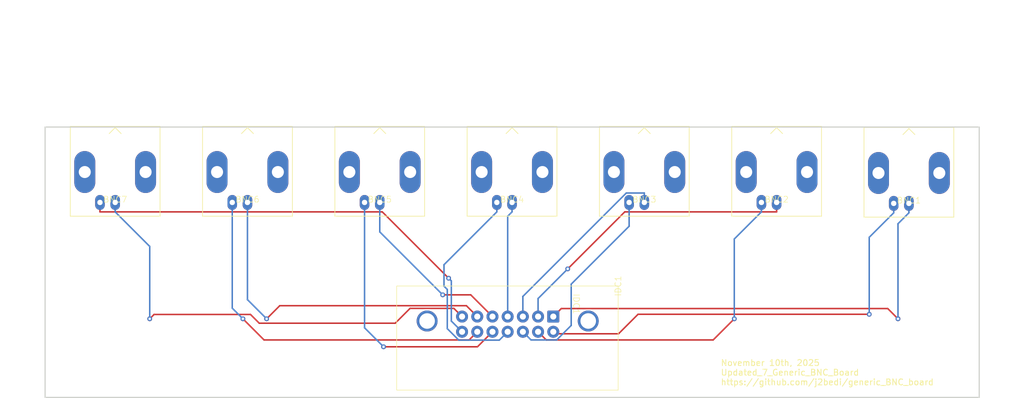
<source format=kicad_pcb>
(kicad_pcb (version 20241229) (generator "pcbnew") (generator_version "9.0")
  (layers (0 "F.Cu" signal) (2 "B.Cu" signal) (13 "F.Paste" user) (15 "B.Paste" user) (5 "F.SilkS" user "F.Silkscreen") (7 "B.SilkS" user "B.Silkscreen") (1 "F.Mask" user) (3 "B.Mask" user) (25 "Edge.Cuts" user))
  (net 0 "")
  (net 1 "Net-(BNC1-In)")
  (net 2 "Net-(BNC1-Ext)")
  (net 3 "Net-(BNC2-In)")
  (net 4 "Net-(BNC2-Ext)")
  (net 5 "Net-(BNC3-In)")
  (net 6 "Net-(BNC3-Ext)")
  (net 7 "Net-(BNC4-In)")
  (net 8 "Net-(BNC4-Ext)")
  (net 9 "Net-(BNC5-In)")
  (net 10 "Net-(BNC5-Ext)")
  (net 11 "Net-(BNC6-In)")
  (net 12 "Net-(BNC6-Ext)")
  (net 13 "Net-(BNC7-Ext)")
  (net 14 "Net-(BNC7-In)")
  (footprint "All_Footprints:Right Angle Single Level BNC" (layer "F.Cu") (at 233.8967 91.89)
    (property "Reference" "BNC2" (at 0 -0.5 0) (layer "F.SilkS") (effects (font (thickness 0.1))))
    (property "Value" "Coaxial Connectors RA, Digikey P/N: WM5514-ND")
    (fp_line (start -7.5 -12.7) (end 7.5 -12.7) (stroke (width 0.12)) (layer "F.SilkS"))
    (fp_line (start -7.5 2.3) (end -7.5 -12.7) (stroke (width 0.12)) (layer "F.SilkS"))
    (fp_line (start 0 -12.5) (end -1 -11.5) (stroke (width 0.12)) (layer "F.SilkS"))
    (fp_line (start 0 -12.5) (end 1 -11.5) (stroke (width 0.12)) (layer "F.SilkS"))
    (fp_line (start 7.5 -12.7) (end 7.5 2.3) (stroke (width 0.12)) (layer "F.SilkS"))
    (fp_line (start 7.5 2.3) (end -7.5 2.3) (stroke (width 0.12)) (layer "F.SilkS"))
    (pad "1" thru_hole oval (at 0 0) (size 1.6 2.5) (drill 0.89) (layers "*.Cu" "*.Mask") (net 3 "Net-(BNC2-In)"))
    (pad "2" thru_hole oval (at -2.54 0) (size 1.6 2.5) (drill 0.89) (layers "*.Cu" "*.Mask") (net 4 "Net-(BNC2-Ext)"))
    (pad "MH" thru_hole oval (at -5.08 -5.08) (size 3.5 7) (drill 2.01) (layers "*.Cu" "*.Mask"))
    (pad "MH" thru_hole oval (at 5.08 -5.08) (size 3.5 7) (drill 2.01) (layers "*.Cu" "*.Mask"))
  )
  (footprint "All_Footprints:Right Angle Single Level BNC" (layer "F.Cu") (at 167.5867 91.89)
    (property "Reference" "BNC5" (at 0 -0.5 0) (layer "F.SilkS") (effects (font (thickness 0.1))))
    (property "Value" "Coaxial Connectors RA, Digikey P/N: WM5514-ND")
    (fp_line (start -7.5 -12.7) (end 7.5 -12.7) (stroke (width 0.12)) (layer "F.SilkS"))
    (fp_line (start -7.5 2.3) (end -7.5 -12.7) (stroke (width 0.12)) (layer "F.SilkS"))
    (fp_line (start 0 -12.5) (end -1 -11.5) (stroke (width 0.12)) (layer "F.SilkS"))
    (fp_line (start 0 -12.5) (end 1 -11.5) (stroke (width 0.12)) (layer "F.SilkS"))
    (fp_line (start 7.5 -12.7) (end 7.5 2.3) (stroke (width 0.12)) (layer "F.SilkS"))
    (fp_line (start 7.5 2.3) (end -7.5 2.3) (stroke (width 0.12)) (layer "F.SilkS"))
    (pad "1" thru_hole oval (at 0 0) (size 1.6 2.5) (drill 0.89) (layers "*.Cu" "*.Mask") (net 9 "Net-(BNC5-In)"))
    (pad "2" thru_hole oval (at -2.54 0) (size 1.6 2.5) (drill 0.89) (layers "*.Cu" "*.Mask") (net 10 "Net-(BNC5-Ext)"))
    (pad "MH" thru_hole oval (at -5.08 -5.08) (size 3.5 7) (drill 2.01) (layers "*.Cu" "*.Mask"))
    (pad "MH" thru_hole oval (at 5.08 -5.08) (size 3.5 7) (drill 2.01) (layers "*.Cu" "*.Mask"))
  )
  (footprint "All_Footprints:Right Angle Single Level BNC" (layer "F.Cu") (at 256 92.05)
    (property "Reference" "BNC1" (at 0 -0.5 0) (layer "F.SilkS") (effects (font (thickness 0.1))))
    (property "Value" "Coaxial Connectors RA, Digikey P/N: WM5514-ND")
    (fp_line (start -7.5 -12.7) (end 7.5 -12.7) (stroke (width 0.12)) (layer "F.SilkS"))
    (fp_line (start -7.5 2.3) (end -7.5 -12.7) (stroke (width 0.12)) (layer "F.SilkS"))
    (fp_line (start 0 -12.5) (end -1 -11.5) (stroke (width 0.12)) (layer "F.SilkS"))
    (fp_line (start 0 -12.5) (end 1 -11.5) (stroke (width 0.12)) (layer "F.SilkS"))
    (fp_line (start 7.5 -12.7) (end 7.5 2.3) (stroke (width 0.12)) (layer "F.SilkS"))
    (fp_line (start 7.5 2.3) (end -7.5 2.3) (stroke (width 0.12)) (layer "F.SilkS"))
    (pad "1" thru_hole oval (at 0 0) (size 1.6 2.5) (drill 0.89) (layers "*.Cu" "*.Mask") (net 1 "Net-(BNC1-In)"))
    (pad "2" thru_hole oval (at -2.54 0) (size 1.6 2.5) (drill 0.89) (layers "*.Cu" "*.Mask") (net 2 "Net-(BNC1-Ext)"))
    (pad "MH" thru_hole oval (at -5.08 -5.08) (size 3.5 7) (drill 2.01) (layers "*.Cu" "*.Mask"))
    (pad "MH" thru_hole oval (at 5.08 -5.08) (size 3.5 7) (drill 2.01) (layers "*.Cu" "*.Mask"))
  )
  (footprint "All_Footprints:Right Angle Single Level BNC" (layer "F.Cu") (at 145.4833 91.89)
    (property "Reference" "BNC6" (at 0 -0.5 0) (layer "F.SilkS") (effects (font (thickness 0.1))))
    (property "Value" "Coaxial Connectors RA, Digikey P/N: WM5514-ND")
    (fp_line (start -7.5 -12.7) (end 7.5 -12.7) (stroke (width 0.12)) (layer "F.SilkS"))
    (fp_line (start -7.5 2.3) (end -7.5 -12.7) (stroke (width 0.12)) (layer "F.SilkS"))
    (fp_line (start 0 -12.5) (end -1 -11.5) (stroke (width 0.12)) (layer "F.SilkS"))
    (fp_line (start 0 -12.5) (end 1 -11.5) (stroke (width 0.12)) (layer "F.SilkS"))
    (fp_line (start 7.5 -12.7) (end 7.5 2.3) (stroke (width 0.12)) (layer "F.SilkS"))
    (fp_line (start 7.5 2.3) (end -7.5 2.3) (stroke (width 0.12)) (layer "F.SilkS"))
    (pad "1" thru_hole oval (at 0 0) (size 1.6 2.5) (drill 0.89) (layers "*.Cu" "*.Mask") (net 11 "Net-(BNC6-In)"))
    (pad "2" thru_hole oval (at -2.54 0) (size 1.6 2.5) (drill 0.89) (layers "*.Cu" "*.Mask") (net 12 "Net-(BNC6-Ext)"))
    (pad "MH" thru_hole oval (at -5.08 -5.08) (size 3.5 7) (drill 2.01) (layers "*.Cu" "*.Mask"))
    (pad "MH" thru_hole oval (at 5.08 -5.08) (size 3.5 7) (drill 2.01) (layers "*.Cu" "*.Mask"))
  )
  (footprint "All_Footprints:Right Angle Single Level BNC" (layer "F.Cu") (at 189.69 91.89)
    (property "Reference" "BNC4" (at 0 -0.5 0) (layer "F.SilkS") (effects (font (thickness 0.1))))
    (property "Value" "Coaxial Connectors RA, Digikey P/N: WM5514-ND")
    (fp_line (start -7.5 -12.7) (end 7.5 -12.7) (stroke (width 0.12)) (layer "F.SilkS"))
    (fp_line (start -7.5 2.3) (end -7.5 -12.7) (stroke (width 0.12)) (layer "F.SilkS"))
    (fp_line (start 0 -12.5) (end -1 -11.5) (stroke (width 0.12)) (layer "F.SilkS"))
    (fp_line (start 0 -12.5) (end 1 -11.5) (stroke (width 0.12)) (layer "F.SilkS"))
    (fp_line (start 7.5 -12.7) (end 7.5 2.3) (stroke (width 0.12)) (layer "F.SilkS"))
    (fp_line (start 7.5 2.3) (end -7.5 2.3) (stroke (width 0.12)) (layer "F.SilkS"))
    (pad "1" thru_hole oval (at 0 0) (size 1.6 2.5) (drill 0.89) (layers "*.Cu" "*.Mask") (net 7 "Net-(BNC4-In)"))
    (pad "2" thru_hole oval (at -2.54 0) (size 1.6 2.5) (drill 0.89) (layers "*.Cu" "*.Mask") (net 8 "Net-(BNC4-Ext)"))
    (pad "MH" thru_hole oval (at -5.08 -5.08) (size 3.5 7) (drill 2.01) (layers "*.Cu" "*.Mask"))
    (pad "MH" thru_hole oval (at 5.08 -5.08) (size 3.5 7) (drill 2.01) (layers "*.Cu" "*.Mask"))
  )
  (footprint "All_Footprints:Right Angle Single Level BNC" (layer "F.Cu") (at 123.38 91.89)
    (property "Reference" "BNC7" (at 0 -0.5 0) (layer "F.SilkS") (effects (font (thickness 0.1))))
    (property "Value" "Coaxial Connectors RA, Digikey P/N: WM5514-ND")
    (fp_line (start -7.5 -12.7) (end 7.5 -12.7) (stroke (width 0.12)) (layer "F.SilkS"))
    (fp_line (start -7.5 2.3) (end -7.5 -12.7) (stroke (width 0.12)) (layer "F.SilkS"))
    (fp_line (start 0 -12.5) (end -1 -11.5) (stroke (width 0.12)) (layer "F.SilkS"))
    (fp_line (start 0 -12.5) (end 1 -11.5) (stroke (width 0.12)) (layer "F.SilkS"))
    (fp_line (start 7.5 -12.7) (end 7.5 2.3) (stroke (width 0.12)) (layer "F.SilkS"))
    (fp_line (start 7.5 2.3) (end -7.5 2.3) (stroke (width 0.12)) (layer "F.SilkS"))
    (pad "1" thru_hole oval (at 0 0) (size 1.6 2.5) (drill 0.89) (layers "*.Cu" "*.Mask") (net 14 "Net-(BNC7-In)"))
    (pad "2" thru_hole oval (at -2.54 0) (size 1.6 2.5) (drill 0.89) (layers "*.Cu" "*.Mask") (net 13 "Net-(BNC7-Ext)"))
    (pad "MH" thru_hole oval (at -5.08 -5.08) (size 3.5 7) (drill 2.01) (layers "*.Cu" "*.Mask"))
    (pad "MH" thru_hole oval (at 5.08 -5.08) (size 3.5 7) (drill 2.01) (layers "*.Cu" "*.Mask"))
  )
  (footprint "All_Footprints:Male IDC Connector" (layer "F.Cu") (at 207.42 105.85 -90)
    (property "Reference" "IDC1" (at 3 7 270) (layer "F.SilkS") (effects (font (thickness 0.1))))
    (property "Value" "Male 14 Position IDC Connector, Digikey P/N: 609-5970-ND" (hide yes))
    (fp_line (start 0 37) (end 17.4 37) (stroke (width 0.1)) (layer "F.SilkS"))
    (fp_line (start 17.4 36.92) (end 17.4 0) (stroke (width 0.1)) (layer "F.SilkS"))
    (fp_line (start 0 0) (end 0 36.92) (stroke (width 0.1)) (layer "F.SilkS"))
    (fp_line (start 0 0) (end 17.4 0) (stroke (width 0.1)) (layer "F.SilkS"))
    (fp_text user "${REFERENCE}" (at 0 0 270) (layer "F.SilkS") (effects (font (thickness 0.1))))
    (pad "1" thru_hole roundrect (at 5.11 10.84 270) (size 2 2) (drill 1.02) (layers "*.Cu" "*.Mask") (roundrect_rratio 0.1) (net 1 "Net-(BNC1-In)"))
    (pad "2" thru_hole circle (at 5.11 13.38 270) (size 2 2) (drill 1.02) (layers "*.Cu" "*.Mask") (net 3 "Net-(BNC2-In)"))
    (pad "3" thru_hole circle (at 5.11 15.92 270) (size 2 2) (drill 1.02) (layers "*.Cu" "*.Mask") (net 5 "Net-(BNC3-In)"))
    (pad "4" thru_hole circle (at 5.11 18.46 270) (size 2 2) (drill 1.02) (layers "*.Cu" "*.Mask") (net 7 "Net-(BNC4-In)"))
    (pad "5" thru_hole circle (at 5.11 21 270) (size 2 2) (drill 1.02) (layers "*.Cu" "*.Mask") (net 9 "Net-(BNC5-In)"))
    (pad "6" thru_hole circle (at 5.11 23.54 270) (size 2 2) (drill 1.02) (layers "*.Cu" "*.Mask") (net 11 "Net-(BNC6-In)"))
    (pad "7" thru_hole circle (at 5.11 26.08 270) (size 2 2) (drill 1.02) (layers "*.Cu" "*.Mask") (net 14 "Net-(BNC7-In)"))
    (pad "8" thru_hole circle (at 7.65 10.84 270) (size 2 2) (drill 1.02) (layers "*.Cu" "*.Mask") (net 2 "Net-(BNC1-Ext)"))
    (pad "9" thru_hole circle (at 7.65 13.38 270) (size 2 2) (drill 1.02) (layers "*.Cu" "*.Mask") (net 4 "Net-(BNC2-Ext)"))
    (pad "10" thru_hole circle (at 7.65 15.92 270) (size 2 2) (drill 1.02) (layers "*.Cu" "*.Mask") (net 6 "Net-(BNC3-Ext)"))
    (pad "11" thru_hole circle (at 7.65 18.46 270) (size 2 2) (drill 1.02) (layers "*.Cu" "*.Mask") (net 8 "Net-(BNC4-Ext)"))
    (pad "12" thru_hole circle (at 7.65 21 270) (size 2 2) (drill 1.02) (layers "*.Cu" "*.Mask") (net 10 "Net-(BNC5-Ext)"))
    (pad "13" thru_hole circle (at 7.65 23.54 270) (size 2 2) (drill 1.02) (layers "*.Cu" "*.Mask") (net 12 "Net-(BNC6-Ext)"))
    (pad "14" thru_hole circle (at 7.65 26.08 270) (size 2 2) (drill 1.02) (layers "*.Cu" "*.Mask") (net 13 "Net-(BNC7-Ext)"))
    (pad "MH" thru_hole circle (at 5.85 5 270) (size 3.5 3.5) (drill 2.6) (layers "*.Cu" "*.Mask"))
    (pad "MH" thru_hole circle (at 5.85 31.92 270) (size 3.5 3.5) (drill 2.6) (layers "*.Cu" "*.Mask"))
  )
  (footprint "All_Footprints:Right Angle Single Level BNC" (layer "F.Cu") (at 211.7933 91.89)
    (property "Reference" "BNC3" (at 0 -0.5 0) (layer "F.SilkS") (effects (font (thickness 0.1))))
    (property "Value" "Coaxial Connectors RA, Digikey P/N: WM5514-ND")
    (fp_line (start -7.5 -12.7) (end 7.5 -12.7) (stroke (width 0.12)) (layer "F.SilkS"))
    (fp_line (start -7.5 2.3) (end -7.5 -12.7) (stroke (width 0.12)) (layer "F.SilkS"))
    (fp_line (start 0 -12.5) (end -1 -11.5) (stroke (width 0.12)) (layer "F.SilkS"))
    (fp_line (start 0 -12.5) (end 1 -11.5) (stroke (width 0.12)) (layer "F.SilkS"))
    (fp_line (start 7.5 -12.7) (end 7.5 2.3) (stroke (width 0.12)) (layer "F.SilkS"))
    (fp_line (start 7.5 2.3) (end -7.5 2.3) (stroke (width 0.12)) (layer "F.SilkS"))
    (pad "1" thru_hole oval (at 0 0) (size 1.6 2.5) (drill 0.89) (layers "*.Cu" "*.Mask") (net 5 "Net-(BNC3-In)"))
    (pad "2" thru_hole oval (at -2.54 0) (size 1.6 2.5) (drill 0.89) (layers "*.Cu" "*.Mask") (net 6 "Net-(BNC3-Ext)"))
    (pad "MH" thru_hole oval (at -5.08 -5.08) (size 3.5 7) (drill 2.01) (layers "*.Cu" "*.Mask"))
    (pad "MH" thru_hole oval (at 5.08 -5.08) (size 3.5 7) (drill 2.01) (layers "*.Cu" "*.Mask"))
  )
  (gr_rect (start 111.67 79.29) (end 267.75 124.47) (stroke (width 0.2)) (fill no) (layer "Edge.Cuts"))
  (gr_text "November 10th, 2025\nUpdated_7_Generic_BNC_Board\nhttps://github.com/j2bedi/generic_BNC_board" (at 224.5 122.5 0) (layer "F.SilkS") (effects (font (size 1 1)) (justify left bottom)))
  (segment (start 196.58 110.96) (end 197.9219 109.6181) (width 0.25) (layer "F.Cu") (net 1))
  (segment (start 197.9219 109.6181) (end 252.4601 109.6181) (width 0.25) (layer "F.Cu") (net 1))
  (segment (start 252.4601 109.6181) (end 254.176 111.334) (width 0.25) (layer "F.Cu") (net 1))
  (via (at 254.176 111.334) (size 0.8) (drill 0.4) (layers "F.Cu" "B.Cu") (net 1))
  (segment (start 254.176 111.334) (end 254.176 95.4507) (width 0.25) (layer "B.Cu") (net 1))
  (segment (start 254.176 95.4507) (end 256 93.6267) (width 0.25) (layer "B.Cu") (net 1))
  (segment (start 256 92.05) (end 256 93.6267) (width 0.25) (layer "B.Cu") (net 1))
  (segment (start 196.9151 113.8351) (end 196.58 113.5) (width 0.25) (layer "F.Cu") (net 2))
  (segment (start 207.4826 113.8351) (end 196.9151 113.8351) (width 0.25) (layer "F.Cu") (net 2))
  (segment (start 249.372 110.579) (end 210.7387 110.579) (width 0.25) (layer "F.Cu") (net 2))
  (segment (start 210.7387 110.579) (end 207.4826 113.8351) (width 0.25) (layer "F.Cu") (net 2))
  (via (at 249.372 110.579) (size 0.8) (drill 0.4) (layers "F.Cu" "B.Cu") (net 2))
  (segment (start 253.46 93.6267) (end 249.372 97.7147) (width 0.25) (layer "B.Cu") (net 2))
  (segment (start 253.46 92.05) (end 253.46 93.6267) (width 0.25) (layer "B.Cu") (net 2))
  (segment (start 249.372 97.7147) (end 249.372 110.579) (width 0.25) (layer "B.Cu") (net 2))
  (segment (start 233.8967 91.89) (end 233.8967 93.4667) (width 0.25) (layer "F.Cu") (net 3))
  (segment (start 233.8967 93.4667) (end 208.5193 93.4667) (width 0.25) (layer "F.Cu") (net 3))
  (segment (start 208.5193 93.4667) (end 198.996 102.99) (width 0.25) (layer "F.Cu") (net 3))
  (via (at 198.996 102.99) (size 0.8) (drill 0.4) (layers "F.Cu" "B.Cu") (net 3))
  (segment (start 194.04 107.946) (end 198.996 102.99) (width 0.25) (layer "B.Cu") (net 3))
  (segment (start 194.04 110.96) (end 194.04 107.946) (width 0.25) (layer "B.Cu") (net 3))
  (segment (start 195.4058 114.8658) (end 194.04 113.5) (width 0.25) (layer "F.Cu") (net 4))
  (segment (start 223.2942 114.8658) (end 195.4058 114.8658) (width 0.25) (layer "F.Cu") (net 4))
  (segment (start 226.826 111.334) (end 223.2942 114.8658) (width 0.25) (layer "F.Cu") (net 4))
  (via (at 226.826 111.334) (size 0.8) (drill 0.4) (layers "F.Cu" "B.Cu") (net 4))
  (segment (start 226.826 97.9974) (end 226.826 111.334) (width 0.25) (layer "B.Cu") (net 4))
  (segment (start 231.3567 91.89) (end 231.3567 93.4667) (width 0.25) (layer "B.Cu") (net 4))
  (segment (start 231.3567 93.4667) (end 226.826 97.9974) (width 0.25) (layer "B.Cu") (net 4))
  (segment (start 211.7933 90.3133) (end 208.7795 90.3133) (width 0.25) (layer "B.Cu") (net 5))
  (segment (start 211.7933 91.89) (end 211.7933 90.3133) (width 0.25) (layer "B.Cu") (net 5))
  (segment (start 191.5 107.5928) (end 191.5 110.96) (width 0.25) (layer "B.Cu") (net 5))
  (segment (start 208.7795 90.3133) (end 191.5 107.5928) (width 0.25) (layer "B.Cu") (net 5))
  (segment (start 192.8634 114.8634) (end 197.1518 114.8634) (width 0.25) (layer "B.Cu") (net 6))
  (segment (start 197.1518 114.8634) (end 199.5746 112.4406) (width 0.25) (layer "B.Cu") (net 6))
  (segment (start 199.5746 112.4406) (end 199.5746 105.5417) (width 0.25) (layer "B.Cu") (net 6))
  (segment (start 191.5 113.5) (end 192.8634 114.8634) (width 0.25) (layer "B.Cu") (net 6))
  (segment (start 199.5746 105.5417) (end 209.2533 95.863) (width 0.25) (layer "B.Cu") (net 6))
  (segment (start 209.2533 95.863) (end 209.2533 91.89) (width 0.25) (layer "B.Cu") (net 6))
  (segment (start 188.96 94.1967) (end 189.69 93.4667) (width 0.25) (layer "B.Cu") (net 7))
  (segment (start 188.96 110.96) (end 188.96 94.1967) (width 0.25) (layer "B.Cu") (net 7))
  (segment (start 189.69 91.89) (end 189.69 93.4667) (width 0.25) (layer "B.Cu") (net 7))
  (segment (start 178.3211 105.8805) (end 178.8719 106.4313) (width 0.25) (layer "B.Cu") (net 8))
  (segment (start 187.569 114.891) (end 188.96 113.5) (width 0.25) (layer "B.Cu") (net 8))
  (segment (start 180.7837 114.891) (end 187.569 114.891) (width 0.25) (layer "B.Cu") (net 8))
  (segment (start 178.8719 106.4313) (end 178.8719 112.9792) (width 0.25) (layer "B.Cu") (net 8))
  (segment (start 187.15 93.4667) (end 178.3211 102.2956) (width 0.25) (layer "B.Cu") (net 8))
  (segment (start 178.3211 102.2956) (end 178.3211 105.8805) (width 0.25) (layer "B.Cu") (net 8))
  (segment (start 187.15 91.89) (end 187.15 93.4667) (width 0.25) (layer "B.Cu") (net 8))
  (segment (start 178.8719 112.9792) (end 180.7837 114.891) (width 0.25) (layer "B.Cu") (net 8))
  (segment (start 182.788 107.328) (end 178.106 107.328) (width 0.25) (layer "F.Cu") (net 9))
  (segment (start 186.42 110.96) (end 182.788 107.328) (width 0.25) (layer "F.Cu") (net 9))
  (via (at 178.106 107.328) (size 0.8) (drill 0.4) (layers "F.Cu" "B.Cu") (net 9))
  (segment (start 167.5867 96.8087) (end 178.106 107.328) (width 0.25) (layer "B.Cu") (net 9))
  (segment (start 167.5867 91.89) (end 167.5867 96.8087) (width 0.25) (layer "B.Cu") (net 9))
  (segment (start 186.42 113.5) (end 183.911 116.009) (width 0.25) (layer "F.Cu") (net 10))
  (segment (start 183.911 116.009) (end 168.222 116.009) (width 0.25) (layer "F.Cu") (net 10))
  (via (at 168.222 116.009) (size 0.8) (drill 0.4) (layers "F.Cu" "B.Cu") (net 10))
  (segment (start 165.0467 112.8337) (end 165.0467 91.89) (width 0.25) (layer "B.Cu") (net 10))
  (segment (start 168.222 116.009) (end 165.0467 112.8337) (width 0.25) (layer "B.Cu") (net 10))
  (segment (start 183.88 110.96) (end 182.0596 109.1396) (width 0.25) (layer "F.Cu") (net 11))
  (segment (start 150.8804 109.1396) (end 148.686 111.334) (width 0.25) (layer "F.Cu") (net 11))
  (segment (start 182.0596 109.1396) (end 150.8804 109.1396) (width 0.25) (layer "F.Cu") (net 11))
  (via (at 148.686 111.334) (size 0.8) (drill 0.4) (layers "F.Cu" "B.Cu") (net 11))
  (segment (start 145.4833 108.1313) (end 148.686 111.334) (width 0.25) (layer "B.Cu") (net 11))
  (segment (start 145.4833 91.89) (end 145.4833 108.1313) (width 0.25) (layer "B.Cu") (net 11))
  (segment (start 183.88 113.5) (end 182.5142 114.8658) (width 0.25) (layer "F.Cu") (net 12))
  (segment (start 148.2538 114.8658) (end 144.722 111.334) (width 0.25) (layer "F.Cu") (net 12))
  (segment (start 182.5142 114.8658) (end 148.2538 114.8658) (width 0.25) (layer "F.Cu") (net 12))
  (via (at 144.722 111.334) (size 0.8) (drill 0.4) (layers "F.Cu" "B.Cu") (net 12))
  (segment (start 142.9433 109.5553) (end 144.722 111.334) (width 0.25) (layer "B.Cu") (net 12))
  (segment (start 142.9433 91.89) (end 142.9433 109.5553) (width 0.25) (layer "B.Cu") (net 12))
  (segment (start 168.0107 93.4667) (end 179.097 104.553) (width 0.25) (layer "F.Cu") (net 13))
  (segment (start 120.84 91.89) (end 120.84 93.4667) (width 0.25) (layer "F.Cu") (net 13))
  (segment (start 120.84 93.4667) (end 168.0107 93.4667) (width 0.25) (layer "F.Cu") (net 13))
  (via (at 179.097 104.553) (size 0.8) (drill 0.4) (layers "F.Cu" "B.Cu") (net 13))
  (segment (start 181.34 113.5) (end 179.5487 111.7087) (width 0.25) (layer "B.Cu") (net 13))
  (segment (start 179.5487 111.7087) (end 179.5487 105.0047) (width 0.25) (layer "B.Cu") (net 13))
  (segment (start 179.5487 105.0047) (end 179.097 104.553) (width 0.25) (layer "B.Cu") (net 13))
  (segment (start 129.152 111.334) (end 129.8787 110.6073) (width 0.25) (layer "F.Cu") (net 14))
  (segment (start 179.9713 109.5913) (end 181.34 110.96) (width 0.25) (layer "F.Cu") (net 14))
  (segment (start 147.4497 112.0669) (end 170.1755 112.0669) (width 0.25) (layer "F.Cu") (net 14))
  (segment (start 170.1755 112.0669) (end 172.6511 109.5913) (width 0.25) (layer "F.Cu") (net 14))
  (segment (start 145.9901 110.6073) (end 147.4497 112.0669) (width 0.25) (layer "F.Cu") (net 14))
  (segment (start 172.6511 109.5913) (end 179.9713 109.5913) (width 0.25) (layer "F.Cu") (net 14))
  (segment (start 129.8787 110.6073) (end 145.9901 110.6073) (width 0.25) (layer "F.Cu") (net 14))
  (via (at 129.152 111.334) (size 0.8) (drill 0.4) (layers "F.Cu" "B.Cu") (net 14))
  (segment (start 129.152 99.2387) (end 123.38 93.4667) (width 0.25) (layer "B.Cu") (net 14))
  (segment (start 129.152 111.334) (end 129.152 99.2387) (width 0.25) (layer "B.Cu") (net 14))
  (segment (start 123.38 91.89) (end 123.38 93.4667) (width 0.25) (layer "B.Cu") (net 14))
)
</source>
